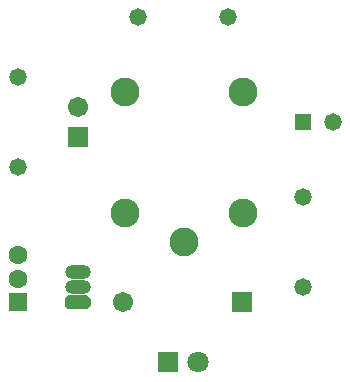
<source format=gts>
G04 DipTrace 2.4.0.2*
%INTopMask.gts*%
%MOIN*%
%ADD16R,0.063X0.063*%
%ADD34C,0.0631*%
%ADD37R,0.058X0.058*%
%ADD39C,0.0966*%
%ADD41O,0.0867X0.0474*%
%ADD43C,0.0671*%
%ADD45R,0.0671X0.0671*%
%ADD47C,0.058*%
%ADD49C,0.058*%
%ADD51R,0.071X0.071*%
%ADD52C,0.071*%
%FSLAX44Y44*%
G04*
G70*
G90*
G75*
G01*
%LNTopMask*%
%LPD*%
D52*
X11440Y5940D3*
D51*
X10440D3*
D49*
X14940Y8440D3*
D47*
Y11440D3*
D49*
X12440Y17440D3*
D47*
X9440D3*
D45*
X12916Y7940D3*
D43*
X8940D3*
G36*
X7128Y8177D2*
X7006Y8055D1*
Y7825D1*
X7128Y7703D1*
X7752D1*
X7874Y7825D1*
Y8055D1*
X7752Y8177D1*
X7128D1*
G37*
D41*
X7440Y8440D3*
Y8940D3*
D39*
X12940Y14940D3*
X9003D3*
Y10924D3*
X12940D3*
X10971Y9940D3*
D49*
X15940Y13940D3*
D37*
X14940D3*
D16*
X5440Y7940D3*
D34*
Y8727D3*
Y9515D3*
D45*
X7440Y13440D3*
D43*
Y14440D3*
D49*
X5440Y15440D3*
D47*
Y12440D3*
M02*

</source>
